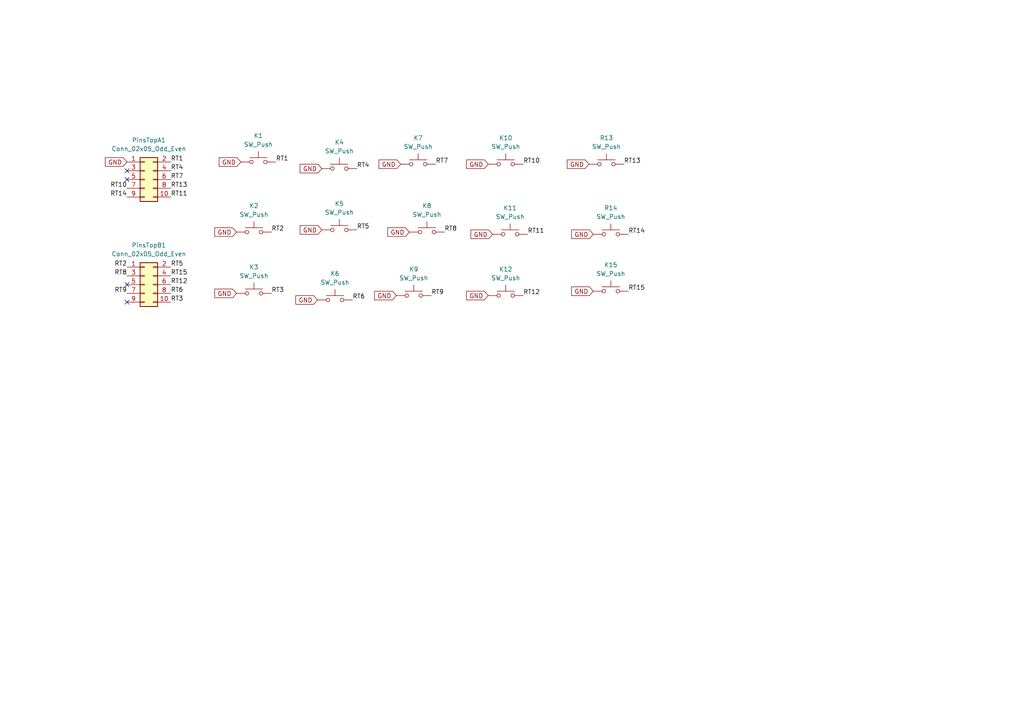
<source format=kicad_sch>
(kicad_sch (version 20211123) (generator eeschema)
  (paper "A4")
  (title_block (title "The Vonreg Keyboard: Reversible top part") (rev "0.1") (company "Appman"))
  (lib_symbols
    (symbol "Connector_Generic:Conn_02x05_Odd_Even" (pin_names (offset 1.016) hide)
      (property "Reference" "J" (at 1.27 7.62 0))
      (property "Value" "Conn_02x05_Odd_Even" (at 1.27 -7.62 0))
      (symbol "Conn_02x05_Odd_Even_1_1"
        (rectangle (start -1.27 -4.953) (end 0 -5.207) (stroke (width 0.1524)))
        (rectangle (start -1.27 -2.413) (end 0 -2.667) (stroke (width 0.1524)))
        (rectangle (start -1.27 0.127) (end 0 -0.127) (stroke (width 0.1524)))
        (rectangle (start -1.27 2.667) (end 0 2.413) (stroke (width 0.1524)))
        (rectangle (start -1.27 5.207) (end 0 4.953) (stroke (width 0.1524)))
        (rectangle (start -1.27 6.35) (end 3.81 -6.35) (stroke (width 0.254)) (fill (type background)))
        (rectangle (start 3.81 -4.953) (end 2.54 -5.207) (stroke (width 0.1524)))
        (rectangle (start 3.81 -2.413) (end 2.54 -2.667) (stroke (width 0.1524)))
        (rectangle (start 3.81 0.127) (end 2.54 -0.127) (stroke (width 0.1524)))
        (rectangle (start 3.81 2.667) (end 2.54 2.413) (stroke (width 0.1524)))
        (rectangle (start 3.81 5.207) (end 2.54 4.953) (stroke (width 0.1524)))
        (pin passive line (at -5.08 5.08 0) (length 3.81) (name "Pin_1") (number "1"))
        (pin passive line (at 7.62 -5.08 180) (length 3.81) (name "Pin_10") (number "10"))
        (pin passive line (at 7.62 5.08 180) (length 3.81) (name "Pin_2") (number "2"))
        (pin passive line (at -5.08 2.54 0) (length 3.81) (name "Pin_3") (number "3"))
        (pin passive line (at 7.62 2.54 180) (length 3.81) (name "Pin_4") (number "4"))
        (pin passive line (at -5.08 0 0) (length 3.81) (name "Pin_5") (number "5"))
        (pin passive line (at 7.62 0 180) (length 3.81) (name "Pin_6") (number "6"))
        (pin passive line (at -5.08 -2.54 0) (length 3.81) (name "Pin_7") (number "7"))
        (pin passive line (at 7.62 -2.54 180) (length 3.81) (name "Pin_8") (number "8"))
        (pin passive line (at -5.08 -5.08 0) (length 3.81) (name "Pin_9") (number "9"))
      )
    )
    (symbol "Switch:SW_Push" (pin_numbers hide) (pin_names (offset 1.016) hide)
      (property "Reference" "SW" (at 1.27 2.54 0))
      (property "Value" "SW_Push" (at 0 -1.524 0))
      (symbol "SW_Push_0_1"
        (circle (center -2.032 0) (radius 0.508))
        (polyline (pts (xy 0 1.27) (xy 0 3.048)))
        (polyline (pts (xy 2.54 1.27) (xy -2.54 1.27)))
        (circle (center 2.032 0) (radius 0.508))
        (pin passive line (at -5.08 0 0) (length 2.54) (name "1") (number "1"))
        (pin passive line (at 5.08 0 180) (length 2.54) (name "2") (number "2"))
      )
    )
  )
  (no_connect (at 36.83 82.55))
  (no_connect (at 36.83 49.53))
  (no_connect (at 36.83 52.07))
  (no_connect (at 36.83 87.63))
  (label "RT6" (at 49.53 85.09 0))
  (label "RT8" (at 128.905 67.31 0))
  (label "RT9" (at 36.83 85.09 180))
  (label "RT13" (at 49.53 54.61 0))
  (label "RT5" (at 49.53 77.47 0))
  (label "RT12" (at 151.765 85.725 0))
  (label "RT2" (at 36.83 77.47 180))
  (label "RT1" (at 80.01 46.99 0))
  (label "RT4" (at 103.505 48.895 0))
  (label "RT5" (at 103.505 66.675 0))
  (label "RT7" (at 126.365 47.625 0))
  (label "RT2" (at 78.74 67.31 0))
  (label "RT15" (at 182.245 84.455 0))
  (label "RT1" (at 49.53 46.99 0))
  (label "RT4" (at 49.53 49.53 0))
  (label "RT11" (at 153.035 67.945 0))
  (label "RT13" (at 180.975 47.625 0))
  (label "RT10" (at 151.765 47.625 0))
  (label "RT7" (at 49.53 52.07 0))
  (label "RT6" (at 102.235 86.995 0))
  (label "RT8" (at 36.83 80.01 180))
  (label "RT14" (at 182.245 67.945 0))
  (label "RT15" (at 49.53 80.01 0))
  (label "RT3" (at 78.74 85.09 0))
  (label "RT3" (at 49.53 87.63 0))
  (label "RT10" (at 36.83 54.61 180))
  (label "RT12" (at 49.53 82.55 0))
  (label "RT9" (at 125.095 85.725 0))
  (label "RT14" (at 36.83 57.15 180))
  (label "RT11" (at 49.53 57.15 0))
  (global_label "GND" (shape input) (at 36.83 46.99 180) (property "Intersheet References" "${INTERSHEET_REFS}" (effects hide)))
  (global_label "GND" (shape input) (at 93.345 48.895 180) (property "Intersheet References" "${INTERSHEET_REFS}" (effects hide)))
  (global_label "GND" (shape input) (at 68.58 67.31 180) (property "Intersheet References" "${INTERSHEET_REFS}" (effects hide)))
  (global_label "GND" (shape input) (at 118.745 67.31 180) (property "Intersheet References" "${INTERSHEET_REFS}" (effects hide)))
  (global_label "GND" (shape input) (at 92.075 86.995 180) (property "Intersheet References" "${INTERSHEET_REFS}" (effects hide)))
  (global_label "GND" (shape input) (at 68.58 85.09 180) (property "Intersheet References" "${INTERSHEET_REFS}" (effects hide)))
  (global_label "GND" (shape input) (at 172.085 84.455 180) (property "Intersheet References" "${INTERSHEET_REFS}" (effects hide)))
  (global_label "GND" (shape input) (at 170.815 47.625 180) (property "Intersheet References" "${INTERSHEET_REFS}" (effects hide)))
  (global_label "GND" (shape input) (at 142.875 67.945 180) (property "Intersheet References" "${INTERSHEET_REFS}" (effects hide)))
  (global_label "GND" (shape input) (at 93.345 66.675 180) (property "Intersheet References" "${INTERSHEET_REFS}" (effects hide)))
  (global_label "GND" (shape input) (at 141.605 47.625 180) (property "Intersheet References" "${INTERSHEET_REFS}" (effects hide)))
  (global_label "GND" (shape input) (at 172.085 67.945 180) (property "Intersheet References" "${INTERSHEET_REFS}" (effects hide)))
  (global_label "GND" (shape input) (at 116.205 47.625 180) (property "Intersheet References" "${INTERSHEET_REFS}" (effects hide)))
  (global_label "GND" (shape input) (at 114.935 85.725 180) (property "Intersheet References" "${INTERSHEET_REFS}" (effects hide)))
  (global_label "GND" (shape input) (at 141.605 85.725 180) (property "Intersheet References" "${INTERSHEET_REFS}" (effects hide)))
  (global_label "GND" (shape input) (at 69.85 46.99 180) (property "Intersheet References" "${INTERSHEET_REFS}" (effects hide)))
  (symbol (lib_id "Switch:SW_Push") (at 147.955 67.945 0) (unit 1)
    (property "Reference" "K11" (at 147.955 60.325 0))
    (property "Value" "SW_Push" (at 147.955 62.865 0))
    (property "Footprint" "Button_Switch_Keyboard:Kailh_socket_MX_optional_reversible" (effects hide))
  )
  (symbol (lib_id "Switch:SW_Push") (at 121.285 47.625 0) (unit 1)
    (property "Reference" "K7" (at 121.285 40.005 0))
    (property "Value" "SW_Push" (at 121.285 42.545 0))
    (property "Footprint" "Button_Switch_Keyboard:Kailh_socket_MX_optional_reversible" (effects hide))
  )
  (symbol (lib_id "Connector_Generic:Conn_02x05_Odd_Even") (at 41.91 52.07 0) (unit 1)
    (property "Reference" "PinsTopA1" (at 43.18 40.64 0))
    (property "Value" "Conn_02x05_Odd_Even" (at 43.18 43.18 0))
    (property "Footprint" "Connector_PinHeader_2.54mm:PinHeader_2x05_P2.54mm_Vertical" (effects hide))
  )
  (symbol (lib_id "Connector_Generic:Conn_02x05_Odd_Even") (at 41.91 82.55 0) (unit 1)
    (property "Reference" "PinsTopB1" (at 43.18 71.12 0))
    (property "Value" "Conn_02x05_Odd_Even" (at 43.18 73.66 0))
    (property "Footprint" "Connector_PinHeader_2.54mm:PinHeader_2x05_P2.54mm_Vertical" (effects hide))
  )
  (symbol (lib_id "Switch:SW_Push") (at 120.015 85.725 0) (unit 1)
    (property "Reference" "K9" (at 120.015 78.105 0))
    (property "Value" "SW_Push" (at 120.015 80.645 0))
    (property "Footprint" "Button_Switch_Keyboard:Kailh_socket_MX_optional_reversible" (effects hide))
  )
  (symbol (lib_id "Switch:SW_Push") (at 98.425 66.675 0) (unit 1)
    (property "Reference" "K5" (at 98.425 59.055 0))
    (property "Value" "SW_Push" (at 98.425 61.595 0))
    (property "Footprint" "Button_Switch_Keyboard:Kailh_socket_MX_optional_reversible" (effects hide))
  )
  (symbol (lib_id "Switch:SW_Push") (at 146.685 85.725 0) (unit 1)
    (property "Reference" "K12" (at 146.685 78.105 0))
    (property "Value" "SW_Push" (at 146.685 80.645 0))
    (property "Footprint" "Button_Switch_Keyboard:Kailh_socket_MX_optional_reversible" (effects hide))
  )
  (symbol (lib_id "Switch:SW_Push") (at 73.66 85.09 0) (unit 1)
    (property "Reference" "K3" (at 73.66 77.47 0))
    (property "Value" "SW_Push" (at 73.66 80.01 0))
    (property "Footprint" "Button_Switch_Keyboard:Kailh_socket_MX_optional_reversible" (effects hide))
  )
  (symbol (lib_id "Switch:SW_Push") (at 177.165 84.455 0) (unit 1)
    (property "Reference" "K15" (at 177.165 76.835 0))
    (property "Value" "SW_Push" (at 177.165 79.375 0))
    (property "Footprint" "Button_Switch_Keyboard:Kailh_socket_MX_optional_reversible" (effects hide))
  )
  (symbol (lib_id "Switch:SW_Push") (at 73.66 67.31 0) (unit 1)
    (property "Reference" "K2" (at 73.66 59.69 0))
    (property "Value" "SW_Push" (at 73.66 62.23 0))
    (property "Footprint" "Button_Switch_Keyboard:Kailh_socket_MX_optional_reversible" (effects hide))
  )
  (symbol (lib_id "Switch:SW_Push") (at 74.93 46.99 0) (unit 1)
    (property "Reference" "K1" (at 74.93 39.37 0))
    (property "Value" "SW_Push" (at 74.93 41.91 0))
    (property "Footprint" "Button_Switch_Keyboard:Kailh_socket_MX_optional_reversible" (effects hide))
  )
  (symbol (lib_id "Switch:SW_Push") (at 146.685 47.625 0) (unit 1)
    (property "Reference" "K10" (at 146.685 40.005 0))
    (property "Value" "SW_Push" (at 146.685 42.545 0))
    (property "Footprint" "Button_Switch_Keyboard:Kailh_socket_MX_optional_reversible" (effects hide))
  )
  (symbol (lib_id "Switch:SW_Push") (at 123.825 67.31 0) (unit 1)
    (property "Reference" "K8" (at 123.825 59.69 0))
    (property "Value" "SW_Push" (at 123.825 62.23 0))
    (property "Footprint" "Button_Switch_Keyboard:Kailh_socket_MX_optional_reversible" (effects hide))
  )
  (symbol (lib_id "Switch:SW_Push") (at 98.425 48.895 0) (unit 1)
    (property "Reference" "K4" (at 98.425 41.275 0))
    (property "Value" "SW_Push" (at 98.425 43.815 0))
    (property "Footprint" "Button_Switch_Keyboard:Kailh_socket_MX_optional_reversible" (effects hide))
  )
  (symbol (lib_id "Switch:SW_Push") (at 97.155 86.995 0) (unit 1)
    (property "Reference" "K6" (at 97.155 79.375 0))
    (property "Value" "SW_Push" (at 97.155 81.915 0))
    (property "Footprint" "Button_Switch_Keyboard:Kailh_socket_MX_optional_reversible" (effects hide))
  )
  (symbol (lib_id "Switch:SW_Push") (at 177.165 67.945 0) (unit 1)
    (property "Reference" "R14" (at 177.165 60.325 0))
    (property "Value" "SW_Push" (at 177.165 62.865 0))
    (property "Footprint" "Button_Switch_Keyboard:Kailh_socket_MX_optional_reversible" (effects hide))
  )
  (symbol (lib_id "Switch:SW_Push") (at 175.895 47.625 0) (unit 1)
    (property "Reference" "R13" (at 175.895 40.005 0))
    (property "Value" "SW_Push" (at 175.895 42.545 0))
    (property "Footprint" "Button_Switch_Keyboard:Kailh_socket_MX_optional_reversible" (effects hide))
  )
)
</source>
